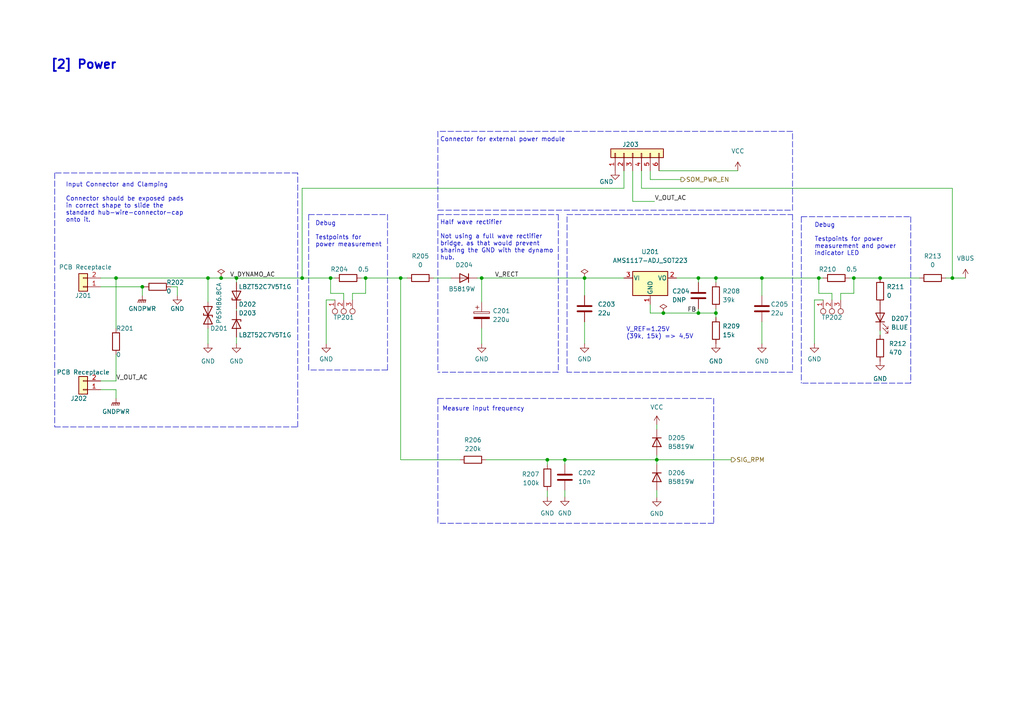
<source format=kicad_sch>
(kicad_sch (version 20211123) (generator eeschema)
  (paper "A4")
  (title_block (title "22 μFahrrad Tandem Devkit - Power") (date "2022-06-10") (rev "0.1") (comment 1 "Daniel Wagenknecht") (comment 2 "CERN Open Hardware Licence Version 2 - Strongly Reciprocal") (comment 3 "CERN-OHL-S-2.0 https://spdx.org/licenses/CERN-OHL-S-2.0.html") (comment 4 "https://codeberg.org/uFahrrad/tandem-devkit"))
  (lib_symbols
    (symbol "Connector_Generic:Conn_01x02" (pin_names (offset 1.016) hide)
      (property "Reference" "J" (at 0 2.54 0))
      (property "Value" "Conn_01x02" (at 0 -5.08 0))
      (symbol "Conn_01x02_1_1"
        (rectangle (start -1.27 -2.413) (end 0 -2.667) (stroke (width 0.1524)))
        (rectangle (start -1.27 0.127) (end 0 -0.127) (stroke (width 0.1524)))
        (rectangle (start -1.27 1.27) (end 1.27 -3.81) (stroke (width 0.254)) (fill (type background)))
        (pin passive line (at -5.08 0 0) (length 3.81) (name "Pin_1") (number "1"))
        (pin passive line (at -5.08 -2.54 0) (length 3.81) (name "Pin_2") (number "2"))
      )
    )
    (symbol "Connector_Generic:Conn_01x06" (pin_names (offset 1.016) hide)
      (property "Reference" "J" (at 0 7.62 0))
      (property "Value" "Conn_01x06" (at 0 -10.16 0))
      (symbol "Conn_01x06_1_1"
        (rectangle (start -1.27 -7.493) (end 0 -7.747) (stroke (width 0.1524)))
        (rectangle (start -1.27 -4.953) (end 0 -5.207) (stroke (width 0.1524)))
        (rectangle (start -1.27 -2.413) (end 0 -2.667) (stroke (width 0.1524)))
        (rectangle (start -1.27 0.127) (end 0 -0.127) (stroke (width 0.1524)))
        (rectangle (start -1.27 2.667) (end 0 2.413) (stroke (width 0.1524)))
        (rectangle (start -1.27 5.207) (end 0 4.953) (stroke (width 0.1524)))
        (rectangle (start -1.27 6.35) (end 1.27 -8.89) (stroke (width 0.254)) (fill (type background)))
        (pin passive line (at -5.08 5.08 0) (length 3.81) (name "Pin_1") (number "1"))
        (pin passive line (at -5.08 2.54 0) (length 3.81) (name "Pin_2") (number "2"))
        (pin passive line (at -5.08 0 0) (length 3.81) (name "Pin_3") (number "3"))
        (pin passive line (at -5.08 -2.54 0) (length 3.81) (name "Pin_4") (number "4"))
        (pin passive line (at -5.08 -5.08 0) (length 3.81) (name "Pin_5") (number "5"))
        (pin passive line (at -5.08 -7.62 0) (length 3.81) (name "Pin_6") (number "6"))
      )
    )
    (symbol "Device:C" (pin_numbers hide) (pin_names (offset 0.254))
      (property "Reference" "C" (at 0.635 2.54 0))
      (property "Value" "C" (at 0.635 -2.54 0))
      (symbol "C_0_1"
        (polyline (pts (xy -2.032 -0.762) (xy 2.032 -0.762)) (stroke (width 0.508)))
        (polyline (pts (xy -2.032 0.762) (xy 2.032 0.762)) (stroke (width 0.508)))
      )
      (symbol "C_1_1"
        (pin passive line (at 0 3.81 270) (length 2.794) (name "~") (number "1"))
        (pin passive line (at 0 -3.81 90) (length 2.794) (name "~") (number "2"))
      )
    )
    (symbol "Device:C_Polarized" (pin_numbers hide) (pin_names (offset 0.254))
      (property "Reference" "C" (at 0.635 2.54 0))
      (property "Value" "C_Polarized" (at 0.635 -2.54 0))
      (symbol "C_Polarized_0_1"
        (rectangle (start -2.286 0.508) (end 2.286 1.016))
        (polyline (pts (xy -1.778 2.286) (xy -0.762 2.286)))
        (polyline (pts (xy -1.27 2.794) (xy -1.27 1.778)))
        (rectangle (start 2.286 -0.508) (end -2.286 -1.016) (fill (type outline)))
      )
      (symbol "C_Polarized_1_1"
        (pin passive line (at 0 3.81 270) (length 2.794) (name "~") (number "1"))
        (pin passive line (at 0 -3.81 90) (length 2.794) (name "~") (number "2"))
      )
    )
    (symbol "Device:D" (pin_numbers hide) (pin_names (offset 1.016) hide)
      (property "Reference" "D" (at 0 2.54 0))
      (property "Value" "D" (at 0 -2.54 0))
      (symbol "D_0_1"
        (polyline (pts (xy -1.27 1.27) (xy -1.27 -1.27)) (stroke (width 0.254)))
        (polyline (pts (xy 1.27 0) (xy -1.27 0)))
        (polyline (pts (xy 1.27 1.27) (xy 1.27 -1.27) (xy -1.27 0) (xy 1.27 1.27)) (stroke (width 0.254)))
      )
      (symbol "D_1_1"
        (pin passive line (at -3.81 0 0) (length 2.54) (name "K") (number "1"))
        (pin passive line (at 3.81 0 180) (length 2.54) (name "A") (number "2"))
      )
    )
    (symbol "Device:D_TVS" (pin_numbers hide) (pin_names (offset 1.016) hide)
      (property "Reference" "D" (at 0 2.54 0))
      (property "Value" "D_TVS" (at 0 -2.54 0))
      (symbol "D_TVS_0_1"
        (polyline (pts (xy 1.27 0) (xy -1.27 0)))
        (polyline (pts (xy 0.508 1.27) (xy 0 1.27) (xy 0 -1.27) (xy -0.508 -1.27)) (stroke (width 0.254)))
        (polyline (pts (xy -2.54 1.27) (xy -2.54 -1.27) (xy 2.54 1.27) (xy 2.54 -1.27) (xy -2.54 1.27)) (stroke (width 0.254)))
      )
      (symbol "D_TVS_1_1"
        (pin passive line (at -3.81 0 0) (length 2.54) (name "A1") (number "1"))
        (pin passive line (at 3.81 0 180) (length 2.54) (name "A2") (number "2"))
      )
    )
    (symbol "Device:D_Zener" (pin_numbers hide) (pin_names (offset 1.016) hide)
      (property "Reference" "D" (at 0 2.54 0))
      (property "Value" "D_Zener" (at 0 -2.54 0))
      (symbol "D_Zener_0_1"
        (polyline (pts (xy 1.27 0) (xy -1.27 0)))
        (polyline (pts (xy -1.27 -1.27) (xy -1.27 1.27) (xy -0.762 1.27)) (stroke (width 0.254)))
        (polyline (pts (xy 1.27 -1.27) (xy 1.27 1.27) (xy -1.27 0) (xy 1.27 -1.27)) (stroke (width 0.254)))
      )
      (symbol "D_Zener_1_1"
        (pin passive line (at -3.81 0 0) (length 2.54) (name "K") (number "1"))
        (pin passive line (at 3.81 0 180) (length 2.54) (name "A") (number "2"))
      )
    )
    (symbol "Device:LED" (pin_numbers hide) (pin_names (offset 1.016) hide)
      (property "Reference" "D" (at 0 2.54 0))
      (property "Value" "LED" (at 0 -2.54 0))
      (symbol "LED_0_1"
        (polyline (pts (xy -1.27 -1.27) (xy -1.27 1.27)) (stroke (width 0.254)))
        (polyline (pts (xy -1.27 0) (xy 1.27 0)))
        (polyline (pts (xy 1.27 -1.27) (xy 1.27 1.27) (xy -1.27 0) (xy 1.27 -1.27)) (stroke (width 0.254)))
        (polyline (pts (xy -3.048 -0.762) (xy -4.572 -2.286) (xy -3.81 -2.286) (xy -4.572 -2.286) (xy -4.572 -1.524)))
        (polyline (pts (xy -1.778 -0.762) (xy -3.302 -2.286) (xy -2.54 -2.286) (xy -3.302 -2.286) (xy -3.302 -1.524)))
      )
      (symbol "LED_1_1"
        (pin passive line (at -3.81 0 0) (length 2.54) (name "K") (number "1"))
        (pin passive line (at 3.81 0 180) (length 2.54) (name "A") (number "2"))
      )
    )
    (symbol "Device:R" (pin_numbers hide) (pin_names (offset 0))
      (property "Reference" "R" (at 2.032 0 90))
      (property "Value" "R" (at 0 0 90))
      (symbol "R_0_1"
        (rectangle (start -1.016 -2.54) (end 1.016 2.54) (stroke (width 0.254)))
      )
      (symbol "R_1_1"
        (pin passive line (at 0 3.81 270) (length 1.27) (name "~") (number "1"))
        (pin passive line (at 0 -3.81 90) (length 1.27) (name "~") (number "2"))
      )
    )
    (symbol "power:GND" (power) (pin_names (offset 0))
      (property "Value" "GND" (at 0 -3.81 0))
      (symbol "GND_0_1"
        (polyline (pts (xy 0 0) (xy 0 -1.27) (xy 1.27 -1.27) (xy 0 -2.54) (xy -1.27 -1.27) (xy 0 -1.27)))
      )
      (symbol "GND_1_1"
        (pin power_in line (at 0 0 270) (length 0) hide (name "GND") (number "1"))
      )
    )
    (symbol "power:GNDPWR" (power) (pin_names (offset 0))
      (property "Value" "GNDPWR" (at 0 -3.302 0))
      (symbol "GNDPWR_0_1"
        (polyline (pts (xy 0 -1.27) (xy 0 0)))
        (polyline (pts (xy -1.016 -1.27) (xy -1.27 -2.032) (xy -1.27 -2.032)) (stroke (width 0.2032)))
        (polyline (pts (xy -0.508 -1.27) (xy -0.762 -2.032) (xy -0.762 -2.032)) (stroke (width 0.2032)))
        (polyline (pts (xy 0 -1.27) (xy -0.254 -2.032) (xy -0.254 -2.032)) (stroke (width 0.2032)))
        (polyline (pts (xy 0.508 -1.27) (xy 0.254 -2.032) (xy 0.254 -2.032)) (stroke (width 0.2032)))
        (polyline (pts (xy 1.016 -1.27) (xy -1.016 -1.27) (xy -1.016 -1.27)) (stroke (width 0.2032)))
        (polyline (pts (xy 1.016 -1.27) (xy 0.762 -2.032) (xy 0.762 -2.032) (xy 0.762 -2.032)) (stroke (width 0.2032)))
      )
      (symbol "GNDPWR_1_1"
        (pin power_in line (at 0 0 270) (length 0) hide (name "GNDPWR") (number "1"))
      )
    )
    (symbol "power:PWR_FLAG" (power) (pin_numbers hide) (pin_names (offset 0) hide)
      (property "Value" "PWR_FLAG" (at 0 3.81 0))
      (symbol "PWR_FLAG_0_0"
        (pin power_out line (at 0 0 90) (length 0) (name "pwr") (number "1"))
      )
      (symbol "PWR_FLAG_0_1"
        (polyline (pts (xy 0 0) (xy 0 1.27) (xy -1.016 1.905) (xy 0 2.54) (xy 1.016 1.905) (xy 0 1.27)))
      )
    )
    (symbol "power:VBUS" (power) (pin_names (offset 0))
      (property "Value" "VBUS" (at 0 3.81 0))
      (symbol "VBUS_0_1"
        (polyline (pts (xy -0.762 1.27) (xy 0 2.54)))
        (polyline (pts (xy 0 0) (xy 0 2.54)))
        (polyline (pts (xy 0 2.54) (xy 0.762 1.27)))
      )
      (symbol "VBUS_1_1"
        (pin power_in line (at 0 0 90) (length 0) hide (name "VBUS") (number "1"))
      )
    )
    (symbol "power:VCC" (power) (pin_names (offset 0))
      (property "Value" "VCC" (at 0 3.81 0))
      (symbol "VCC_0_1"
        (polyline (pts (xy -0.762 1.27) (xy 0 2.54)))
        (polyline (pts (xy 0 0) (xy 0 2.54)))
        (polyline (pts (xy 0 2.54) (xy 0.762 1.27)))
      )
      (symbol "VCC_1_1"
        (pin power_in line (at 0 0 90) (length 0) hide (name "VCC") (number "1"))
      )
    )
    (symbol "project-lib:AMS1117-3.3_SOT223" (pin_names (offset 0.254))
      (property "Reference" "U" (at -3.81 3.175 0))
      (property "Value" "AMS1117-3.3_SOT223" (at 0 3.175 0))
      (symbol "AMS1117-3.3_SOT223_0_1"
        (rectangle (start -5.08 -5.08) (end 5.08 1.905) (stroke (width 0.254)) (fill (type background)))
      )
      (symbol "AMS1117-3.3_SOT223_1_1"
        (pin power_in line (at 0 -7.62 90) (length 2.54) (name "GND") (number "1"))
        (pin power_out line (at 7.62 0 180) (length 2.54) (name "VO") (number "2"))
        (pin power_in line (at -7.62 0 0) (length 2.54) (name "VI") (number "3"))
      )
    )
    (symbol "project-lib:TestPoint_3Pole" (pin_names (offset 0.762) hide)
      (property "Reference" "TP" (at 0 -5.334 0))
      (property "Value" "TestPoint_3Pole" (at -1.778 -7.747 0))
      (symbol "TestPoint_3Pole_0_1"
        (circle (center -2.54 -3.302) (radius 0.762))
        (circle (center 0 -3.302) (radius 0.762))
        (circle (center 2.54 -3.302) (radius 0.762))
        (pin passive line (at -2.54 0 270) (length 2.54) (name "1") (number "1"))
        (pin passive line (at 0 0 270) (length 2.54) (name "2") (number "2"))
        (pin passive line (at 2.54 0 270) (length 2.54) (name "3") (number "3"))
      )
    )
  )
  (junction (at 87.63 80.645))
  (junction (at 95.885 80.645))
  (junction (at 237.49 80.645))
  (junction (at 106.045 80.645))
  (junction (at 116.205 80.645))
  (junction (at 202.565 90.805))
  (junction (at 255.27 80.645))
  (junction (at 202.565 80.645))
  (junction (at 163.83 133.35))
  (junction (at 68.58 80.645))
  (junction (at 60.325 80.645))
  (junction (at 207.645 80.645))
  (junction (at 192.405 90.805))
  (junction (at 220.98 80.645))
  (junction (at 158.75 133.35))
  (junction (at 41.275 83.185))
  (junction (at 207.645 90.805))
  (junction (at 33.655 80.645))
  (junction (at 169.545 80.645))
  (junction (at 190.5 133.35))
  (junction (at 276.225 80.645))
  (junction (at 247.65 80.645))
  (junction (at 64.135 80.645))
  (junction (at 139.7 80.645))
  (wire (pts (xy 243.84 85.09) (xy 243.84 86.995)))
  (wire (pts (xy 169.545 80.645) (xy 180.975 80.645)))
  (wire (pts (xy 191.135 49.53) (xy 213.995 49.53)))
  (wire (pts (xy 158.75 133.35) (xy 163.83 133.35)))
  (polyline (pts (xy 127 115.57) (xy 207.01 115.57)))
  (wire (pts (xy 140.97 133.35) (xy 158.75 133.35)))
  (wire (pts (xy 237.49 80.645) (xy 238.76 80.645)))
  (wire (pts (xy 255.27 95.885) (xy 255.27 97.155)))
  (polyline (pts (xy 86.36 123.825) (xy 86.36 50.165)))
  (wire (pts (xy 99.695 85.09) (xy 99.695 86.995)))
  (wire (pts (xy 202.565 80.645) (xy 207.645 80.645)))
  (polyline (pts (xy 229.87 60.96) (xy 229.87 38.1)))
  (wire (pts (xy 97.155 86.995) (xy 94.615 86.995)))
  (polyline (pts (xy 127 62.23) (xy 127 107.95)))
  (polyline (pts (xy 164.465 62.23) (xy 229.87 62.23)))
  (wire (pts (xy 33.655 102.87) (xy 33.655 110.49)))
  (wire (pts (xy 207.645 80.645) (xy 220.98 80.645)))
  (wire (pts (xy 237.49 85.09) (xy 241.3 85.09)))
  (wire (pts (xy 190.5 142.24) (xy 190.5 144.272)))
  (polyline (pts (xy 161.925 62.23) (xy 161.925 107.95)))
  (wire (pts (xy 33.655 80.645) (xy 33.655 95.25)))
  (wire (pts (xy 207.645 90.805) (xy 207.645 92.075)))
  (wire (pts (xy 60.325 80.645) (xy 60.325 87.63)))
  (wire (pts (xy 33.655 113.03) (xy 33.655 115.57)))
  (wire (pts (xy 33.655 80.645) (xy 60.325 80.645)))
  (polyline (pts (xy 127 38.1) (xy 127 60.96)))
  (wire (pts (xy 68.58 97.79) (xy 68.58 99.695)))
  (wire (pts (xy 255.27 80.645) (xy 266.7 80.645)))
  (wire (pts (xy 220.98 93.345) (xy 220.98 99.695)))
  (wire (pts (xy 202.565 80.645) (xy 202.565 81.915)))
  (wire (pts (xy 276.225 80.645) (xy 280.035 80.645)))
  (wire (pts (xy 190.5 133.35) (xy 190.5 134.62)))
  (wire (pts (xy 158.75 133.35) (xy 158.75 134.747)))
  (polyline (pts (xy 164.465 107.95) (xy 164.465 62.23)))
  (wire (pts (xy 188.595 88.265) (xy 188.595 90.805)))
  (wire (pts (xy 139.7 80.645) (xy 169.545 80.645)))
  (wire (pts (xy 163.83 133.35) (xy 190.5 133.35)))
  (wire (pts (xy 139.7 80.645) (xy 139.7 87.63)))
  (wire (pts (xy 41.275 83.185) (xy 41.91 83.185)))
  (polyline (pts (xy 229.87 38.1) (xy 127 38.1)))
  (wire (pts (xy 247.65 80.645) (xy 246.38 80.645)))
  (wire (pts (xy 188.595 52.07) (xy 197.485 52.07)))
  (wire (pts (xy 60.325 80.645) (xy 64.135 80.645)))
  (wire (pts (xy 207.645 89.535) (xy 207.645 90.805)))
  (wire (pts (xy 94.615 86.995) (xy 94.615 99.695)))
  (wire (pts (xy 190.5 133.35) (xy 212.09 133.35)))
  (wire (pts (xy 188.595 49.53) (xy 188.595 52.07)))
  (wire (pts (xy 186.055 49.53) (xy 186.055 54.61)))
  (wire (pts (xy 202.565 89.535) (xy 202.565 90.805)))
  (wire (pts (xy 95.885 85.09) (xy 99.695 85.09)))
  (wire (pts (xy 116.205 80.645) (xy 118.11 80.645)))
  (wire (pts (xy 29.21 80.645) (xy 33.655 80.645)))
  (polyline (pts (xy 127 115.57) (xy 127 151.765)))
  (wire (pts (xy 169.545 93.345) (xy 169.545 99.695)))
  (wire (pts (xy 183.515 58.42) (xy 189.865 58.42)))
  (polyline (pts (xy 89.535 62.23) (xy 89.535 107.315)))
  (wire (pts (xy 186.055 54.61) (xy 276.225 54.61)))
  (wire (pts (xy 247.65 80.645) (xy 255.27 80.645)))
  (wire (pts (xy 102.235 85.09) (xy 102.235 86.995)))
  (wire (pts (xy 274.32 80.645) (xy 276.225 80.645)))
  (wire (pts (xy 29.21 113.03) (xy 33.655 113.03)))
  (wire (pts (xy 220.98 80.645) (xy 220.98 85.725)))
  (wire (pts (xy 247.65 80.645) (xy 247.65 85.09)))
  (wire (pts (xy 60.325 95.25) (xy 60.325 99.695)))
  (wire (pts (xy 106.045 80.645) (xy 104.775 80.645)))
  (wire (pts (xy 188.595 90.805) (xy 192.405 90.805)))
  (wire (pts (xy 241.3 85.09) (xy 241.3 86.995)))
  (wire (pts (xy 192.405 90.805) (xy 202.565 90.805)))
  (wire (pts (xy 237.49 80.645) (xy 237.49 85.09)))
  (polyline (pts (xy 127 60.96) (xy 229.87 60.96)))
  (wire (pts (xy 236.22 86.995) (xy 236.22 99.695)))
  (polyline (pts (xy 161.925 107.95) (xy 127 107.95)))
  (wire (pts (xy 41.275 83.185) (xy 41.275 85.725)))
  (polyline (pts (xy 264.16 111.125) (xy 232.41 111.125)))
  (polyline (pts (xy 207.01 151.765) (xy 127 151.765)))
  (wire (pts (xy 196.215 80.645) (xy 202.565 80.645)))
  (polyline (pts (xy 112.395 62.23) (xy 112.395 107.315)))
  (polyline (pts (xy 229.87 62.23) (xy 229.87 107.95)))
  (wire (pts (xy 51.435 83.185) (xy 49.53 83.185)))
  (polyline (pts (xy 232.41 62.865) (xy 264.16 62.865)))
  (wire (pts (xy 87.63 80.645) (xy 95.885 80.645)))
  (wire (pts (xy 106.045 80.645) (xy 116.205 80.645)))
  (wire (pts (xy 138.43 80.645) (xy 139.7 80.645)))
  (polyline (pts (xy 15.875 50.165) (xy 15.875 123.825)))
  (wire (pts (xy 238.76 86.995) (xy 236.22 86.995)))
  (wire (pts (xy 183.515 49.53) (xy 183.515 58.42)))
  (wire (pts (xy 95.885 80.645) (xy 95.885 85.09)))
  (wire (pts (xy 116.205 133.35) (xy 133.35 133.35)))
  (wire (pts (xy 190.5 123.19) (xy 190.5 124.46)))
  (wire (pts (xy 125.73 80.645) (xy 130.81 80.645)))
  (wire (pts (xy 87.63 80.645) (xy 87.63 54.61)))
  (wire (pts (xy 169.545 80.645) (xy 169.545 85.725)))
  (wire (pts (xy 68.58 81.915) (xy 68.58 80.645)))
  (polyline (pts (xy 207.01 115.57) (xy 207.01 151.765)))
  (wire (pts (xy 163.83 142.24) (xy 163.83 144.145)))
  (wire (pts (xy 95.885 80.645) (xy 97.155 80.645)))
  (wire (pts (xy 29.21 83.185) (xy 41.275 83.185)))
  (wire (pts (xy 29.21 110.49) (xy 33.655 110.49)))
  (wire (pts (xy 64.135 80.645) (xy 68.58 80.645)))
  (polyline (pts (xy 15.875 123.825) (xy 86.36 123.825)))
  (wire (pts (xy 220.98 80.645) (xy 237.49 80.645)))
  (wire (pts (xy 207.645 80.645) (xy 207.645 81.915)))
  (polyline (pts (xy 229.87 107.95) (xy 164.465 107.95)))
  (wire (pts (xy 51.435 85.725) (xy 51.435 83.185)))
  (wire (pts (xy 87.63 54.61) (xy 180.975 54.61)))
  (wire (pts (xy 102.235 85.09) (xy 106.045 85.09)))
  (polyline (pts (xy 232.41 62.865) (xy 232.41 111.125)))
  (wire (pts (xy 158.75 142.367) (xy 158.75 144.145)))
  (wire (pts (xy 276.225 54.61) (xy 276.225 80.645)))
  (wire (pts (xy 243.84 85.09) (xy 247.65 85.09)))
  (wire (pts (xy 202.565 90.805) (xy 207.645 90.805)))
  (wire (pts (xy 180.975 54.61) (xy 180.975 49.53)))
  (wire (pts (xy 106.045 80.645) (xy 106.045 85.09)))
  (wire (pts (xy 163.83 133.35) (xy 163.83 134.62)))
  (wire (pts (xy 116.205 133.35) (xy 116.205 80.645)))
  (wire (pts (xy 68.58 90.17) (xy 68.58 89.535)))
  (polyline (pts (xy 89.535 62.23) (xy 112.395 62.23)))
  (polyline (pts (xy 112.395 107.315) (xy 89.535 107.315)))
  (wire (pts (xy 68.58 80.645) (xy 87.63 80.645)))
  (wire (pts (xy 190.5 132.08) (xy 190.5 133.35)))
  (wire (pts (xy 139.7 95.25) (xy 139.7 99.695)))
  (polyline (pts (xy 86.36 50.165) (xy 15.875 50.165)))
  (polyline (pts (xy 127 62.23) (xy 161.925 62.23)))
  (polyline (pts (xy 264.16 62.865) (xy 264.16 111.125)))
  (text "Debug\n\nTestpoints for\npower measurement" (at 91.44 71.755 0) (effects (font (size 1.27 1.27)) (justify left bottom)))
  (text "V_REF=1.25V\n(39k, 15k) => 4,5V" (at 181.61 98.425 0) (effects (font (size 1.27 1.27)) (justify left bottom)))
  (text "Connector for external power module" (at 127.635 41.275 0) (effects (font (size 1.27 1.27)) (justify left bottom)))
  (text "Debug\n\nTestpoints for power\nmeasurement and power\nindicator LED" (at 236.22 74.295 0) (effects (font (size 1.27 1.27)) (justify left bottom)))
  (text "Half wave rectifier\n\nNot using a full wave rectifier\nbridge, as that would prevent\nsharing the GND with the dynamo\nhub." (at 127.635 75.565 0) (effects (font (size 1.27 1.27)) (justify left bottom)))
  (text "Measure input frequency" (at 128.27 119.38 0) (effects (font (size 1.27 1.27)) (justify left bottom)))
  (text "Input Connector and Clamping\n\nConnector should be exposed pads\nin correct shape to slide the\nstandard hub-wire-connector-cap\nonto it.\n\n" (at 19.05 66.675 0) (effects (font (size 1.27 1.27)) (justify left bottom)))
  (text "[2] Power" (at 14.605 20.32 0) (effects (font (size 2.5 2.5) (thickness 0.5) bold) (justify left bottom)))
  (label "V_OUT_AC" (at 189.865 58.42 0))
  (label "V_RECT" (at 143.51 80.645 0))
  (label "V_OUT_AC" (at 33.655 110.49 0))
  (label "FB" (at 199.39 90.805 0))
  (label "V_DYNAMO_AC" (at 66.675 80.645 0))
  (hierarchical_label "SIG_RPM" (shape output) (at 212.09 133.35 0))
  (hierarchical_label "SOM_PWR_EN" (shape output) (at 197.485 52.07 0))
  (symbol (lib_id "power:GND") (at 139.7 99.695 0) (unit 1)
    (property "Reference" "#PWR0208" (effects hide))
    (property "Value" "GND" (at 139.7 104.14 0))
  )
  (symbol (lib_id "power:GND") (at 255.27 104.775 0) (unit 1)
    (property "Reference" "#PWR0219" (effects hide))
    (property "Value" "GND" (at 255.27 109.855 0))
  )
  (symbol (lib_id "power:GND") (at 51.435 85.725 0) (unit 1)
    (property "Reference" "#PWR0203" (effects hide))
    (property "Value" "GND" (at 51.435 89.535 0))
  )
  (symbol (lib_id "Connector_Generic:Conn_01x02") (at 24.13 83.185 180) (unit 1) (in_bom no)
    (property "Reference" "J201" (at 24.13 85.725 0))
    (property "Value" "PCB Receptacle" (at 24.765 77.47 0))
    (property "Footprint" "project-lib:shimano-hub-generator-connector" (effects hide))
  )
  (symbol (lib_id "power:GND") (at 236.22 99.695 0) (unit 1)
    (property "Reference" "#PWR0218" (effects hide))
    (property "Value" "GND" (at 236.22 104.14 0))
  )
  (symbol (lib_id "Device:R") (at 33.655 99.06 180) (unit 1)
    (property "Reference" "R201" (at 33.655 95.25 0) (effects (justify right)))
    (property "Value" "0" (at 33.655 102.87 0) (effects (justify right)))
    (property "Footprint" "Resistor_SMD:R_0805_2012Metric_Pad1.20x1.40mm_HandSolder" (effects hide))
    (property "LCSC" "C17477" (effects hide))
  )
  (symbol (lib_id "Device:D_Zener") (at 68.58 93.98 270) (unit 1)
    (property "Reference" "D203" (at 69.215 90.805 90) (effects (justify left)))
    (property "Value" "LBZT52C7V5T1G" (at 69.215 97.155 90) (effects (justify left)))
    (property "Footprint" "Diode_SMD:D_SOD-123" (effects hide))
    (property "JLCPCB" "C12760" (effects hide))
    (property "LCSC" "C12760" (effects hide))
  )
  (symbol (lib_id "Device:R") (at 242.57 80.645 90) (unit 1)
    (property "Reference" "R210" (at 240.03 78.105 90))
    (property "Value" "0.5" (at 247.015 78.105 90))
    (property "Footprint" "Resistor_SMD:R_0805_2012Metric" (effects hide))
    (property "JLCPCB" "C25271" (effects hide))
    (property "LCSC" "C28319" (effects hide))
  )
  (symbol (lib_id "power:PWR_FLAG") (at 169.545 80.645 0) (unit 1)
    (property "Reference" "#FLG0202" (effects hide))
    (property "Value" "PWR_FLAG" (effects hide))
  )
  (symbol (lib_id "power:GNDPWR") (at 41.275 85.725 0) (unit 1)
    (property "Reference" "#PWR0201" (effects hide))
    (property "Value" "GNDPWR" (at 41.275 89.535 0))
  )
  (symbol (lib_id "Device:C_Polarized") (at 139.7 91.44 0) (unit 1)
    (property "Reference" "C201" (at 142.875 90.17 0) (effects (justify left)))
    (property "Value" "220u" (at 142.875 92.71 0) (effects (justify left)))
    (property "Footprint" "Capacitor_Tantalum_SMD:CP_EIA-7343-43_Kemet-X" (effects hide))
    (property "JLCPCB" "C117040" (effects hide))
    (property "LCSC" "C117040" (effects hide))
  )
  (symbol (lib_id "Device:C") (at 169.545 89.535 0) (unit 1)
    (property "Reference" "C203" (at 173.355 88.2649 0) (effects (justify left)))
    (property "Value" "22u" (at 173.355 90.8049 0) (effects (justify left)))
    (property "Footprint" "Capacitor_SMD:C_1206_3216Metric" (effects hide))
    (property "JLCPCB" " C12891 " (effects hide))
    (property "LCSC" "C12891 " (effects hide))
  )
  (symbol (lib_id "power:GND") (at 220.98 99.695 0) (unit 1)
    (property "Reference" "#PWR0217" (effects hide))
    (property "Value" "GND" (at 220.98 104.775 0))
  )
  (symbol (lib_id "Device:R") (at 207.645 95.885 0) (unit 1)
    (property "Reference" "R209" (at 209.55 94.615 0) (effects (justify left)))
    (property "Value" "15k" (at 209.55 97.1549 0) (effects (justify left)))
    (property "Footprint" "Resistor_SMD:R_0603_1608Metric" (effects hide))
    (property "LCSC" "C22809" (effects hide))
  )
  (symbol (lib_id "power:GNDPWR") (at 33.655 115.57 0) (unit 1)
    (property "Reference" "#PWR0202" (effects hide))
    (property "Value" "GNDPWR" (at 33.655 119.38 0))
  )
  (symbol (lib_id "Device:R") (at 255.27 84.455 180) (unit 1)
    (property "Reference" "R211" (at 257.175 83.1849 0) (effects (justify right)))
    (property "Value" "0" (at 257.175 85.7249 0) (effects (justify right)))
    (property "Footprint" "Resistor_SMD:R_0805_2012Metric_Pad1.20x1.40mm_HandSolder" (effects hide))
    (property "LCSC" "C17477" (effects hide))
  )
  (symbol (lib_id "Device:R") (at 137.16 133.35 270) (unit 1)
    (property "Reference" "R206" (at 137.16 127.635 90))
    (property "Value" "220k" (at 137.16 130.175 90))
    (property "Footprint" "Resistor_SMD:R_0603_1608Metric" (effects hide))
    (property "LCSC" "C22961" (effects hide))
  )
  (symbol (lib_id "Device:R") (at 158.75 138.557 0) (unit 1)
    (property "Reference" "R207" (at 156.464 137.541 0) (effects (justify right)))
    (property "Value" "100k" (at 156.464 140.081 0) (effects (justify right)))
    (property "Footprint" "Resistor_SMD:R_0603_1608Metric" (effects hide))
    (property "LCSC" "C25803" (effects hide))
  )
  (symbol (lib_id "power:PWR_FLAG") (at 64.135 80.645 0) (unit 1)
    (property "Reference" "#FLG0201" (effects hide))
    (property "Value" "PWR_FLAG" (effects hide))
  )
  (symbol (lib_id "Device:D_TVS") (at 60.325 91.44 90) (unit 1)
    (property "Reference" "D201" (at 60.96 95.25 90) (effects (justify right)))
    (property "Value" "P6SMB6.8CA" (at 63.5 81.915 0) (effects (justify right)))
    (property "Footprint" "Diode_SMD:D_SMB" (effects hide))
    (property "JLCPCB" "C78395" (effects hide))
    (property "LCSC" "C78395" (effects hide))
  )
  (symbol (lib_id "project-lib:AMS1117-3.3_SOT223") (at 188.595 80.645 0) (unit 1)
    (property "Reference" "U201" (at 188.595 73.025 0))
    (property "Value" "AMS1117-ADJ_SOT223" (at 188.595 75.565 0))
    (property "Footprint" "Package_TO_SOT_SMD:SOT-223-3_TabPin2" (effects hide))
    (property "JLCPCB" "C347224" (effects hide))
    (property "LCSC" "C347224" (effects hide))
  )
  (symbol (lib_id "Device:R") (at 45.72 83.185 90) (unit 1)
    (property "Reference" "R202" (at 48.26 81.915 90) (effects (justify right)))
    (property "Value" "0" (at 48.26 84.455 90) (effects (justify right)))
    (property "Footprint" "Resistor_SMD:R_0805_2012Metric_Pad1.20x1.40mm_HandSolder" (effects hide))
    (property "LCSC" "C17477" (effects hide))
  )
  (symbol (lib_id "power:GND") (at 94.615 99.695 0) (unit 1)
    (property "Reference" "#PWR0207" (effects hide))
    (property "Value" "GND" (at 94.615 104.14 0))
  )
  (symbol (lib_id "Device:R") (at 255.27 100.965 0) (unit 1)
    (property "Reference" "R212" (at 257.81 99.6949 0) (effects (justify left)))
    (property "Value" "470" (at 257.81 102.2349 0) (effects (justify left)))
    (property "Footprint" "Resistor_SMD:R_0603_1608Metric" (effects hide))
    (property "LCSC" "C23179" (effects hide))
  )
  (symbol (lib_id "Device:R") (at 270.51 80.645 270) (unit 1)
    (property "Reference" "R213" (at 270.51 74.295 90))
    (property "Value" "0" (at 270.51 76.835 90))
    (property "Footprint" "Resistor_SMD:R_0805_2012Metric_Pad1.20x1.40mm_HandSolder" (effects hide))
    (property "LCSC" "C17477" (effects hide))
  )
  (symbol (lib_id "Device:D") (at 190.5 138.43 270) (unit 1)
    (property "Reference" "D206" (at 193.675 137.1599 90) (effects (justify left)))
    (property "Value" "B5819W" (at 193.675 139.6999 90) (effects (justify left)))
    (property "Footprint" "Diode_SMD:D_SOD-123" (effects hide))
    (property "JLCPCB" "C8598 " (effects hide))
    (property "LCSC" "C8598 " (effects hide))
  )
  (symbol (lib_id "Connector_Generic:Conn_01x06") (at 183.515 44.45 90) (unit 1)
    (property "Reference" "J203" (at 182.88 41.91 90))
    (property "Value" "Conn_01x06" (effects hide))
    (property "Footprint" "project-lib:powermodule" (effects hide))
  )
  (symbol (lib_id "power:GND") (at 68.58 99.695 0) (unit 1)
    (property "Reference" "#PWR0206" (effects hide))
    (property "Value" "GND" (at 68.58 104.775 0))
  )
  (symbol (lib_id "power:GND") (at 190.5 144.272 0) (unit 1)
    (property "Reference" "#PWR0214" (effects hide))
    (property "Value" "GND" (at 190.5 148.971 0))
  )
  (symbol (lib_id "Device:R") (at 100.965 80.645 90) (unit 1)
    (property "Reference" "R204" (at 98.425 78.105 90))
    (property "Value" "0.5" (at 105.41 78.105 90))
    (property "Footprint" "Resistor_SMD:R_0805_2012Metric" (effects hide))
    (property "JLCPCB" "C25271" (effects hide))
    (property "LCSC" "C28319" (effects hide))
  )
  (symbol (lib_id "Device:D_Zener") (at 68.58 85.725 90) (unit 1)
    (property "Reference" "D202" (at 69.215 88.265 90) (effects (justify right)))
    (property "Value" "LBZT52C7V5T1G" (at 69.215 83.185 90) (effects (justify right)))
    (property "Footprint" "Diode_SMD:D_SOD-123" (effects hide))
    (property "JLCPCB" "C12760" (effects hide))
    (property "LCSC" "C12760" (effects hide))
  )
  (symbol (lib_id "power:GND") (at 178.435 49.53 0) (unit 1)
    (property "Reference" "#PWR0212" (effects hide))
    (property "Value" "GND" (at 175.895 52.705 0))
  )
  (symbol (lib_id "Device:R") (at 207.645 85.725 0) (unit 1)
    (property "Reference" "R208" (at 209.55 84.4549 0) (effects (justify left)))
    (property "Value" "39k" (at 209.55 86.9949 0) (effects (justify left)))
    (property "Footprint" "Resistor_SMD:R_0603_1608Metric" (effects hide))
    (property "LCSC" "C23153" (effects hide))
  )
  (symbol (lib_id "Device:D") (at 190.5 128.27 270) (unit 1)
    (property "Reference" "D205" (at 193.675 126.9999 90) (effects (justify left)))
    (property "Value" "B5819W" (at 193.675 129.5399 90) (effects (justify left)))
    (property "Footprint" "Diode_SMD:D_SOD-123" (effects hide))
    (property "JLCPCB" "C8598 " (effects hide))
    (property "LCSC" "C8598 " (effects hide))
  )
  (symbol (lib_id "power:GND") (at 163.83 144.145 0) (unit 1)
    (property "Reference" "#PWR0210" (effects hide))
    (property "Value" "GND" (at 163.83 148.844 0))
  )
  (symbol (lib_id "Device:LED") (at 255.27 92.075 90) (unit 1)
    (property "Reference" "D207" (at 258.445 92.3924 90) (effects (justify right)))
    (property "Value" "BLUE" (at 258.445 94.9324 90) (effects (justify right)))
    (property "Footprint" "LED_SMD:LED_0805_2012Metric" (effects hide))
    (property "JLCPCB" "C2293" (effects hide))
    (property "LCSC" "C72041" (effects hide))
  )
  (symbol (lib_id "power:GND") (at 169.545 99.695 0) (unit 1)
    (property "Reference" "#PWR0211" (effects hide))
    (property "Value" "GND" (at 169.545 104.14 0))
  )
  (symbol (lib_id "project-lib:TestPoint_3Pole") (at 241.3 86.995 0) (unit 1) (in_bom no)
    (property "Reference" "TP202" (at 241.3 92.075 0))
    (property "Value" "TestPoint_3Pole" (effects hide))
    (property "Footprint" "project-lib:TestPoint_1x03_P1.27mm" (effects hide))
  )
  (symbol (lib_id "power:VBUS") (at 280.035 80.645 0) (unit 1)
    (property "Reference" "#PWR0220" (effects hide))
    (property "Value" "VBUS" (at 280.035 74.93 0))
  )
  (symbol (lib_id "Device:D") (at 134.62 80.645 180) (unit 1)
    (property "Reference" "D204" (at 134.62 76.835 0))
    (property "Value" "B5819W" (at 133.985 83.82 0))
    (property "Footprint" "Diode_SMD:D_SOD-123" (effects hide))
    (property "JLCPCB" "C8598 " (effects hide))
    (property "LCSC" "C8598 " (effects hide))
  )
  (symbol (lib_id "Device:C") (at 220.98 89.535 0) (unit 1)
    (property "Reference" "C205" (at 223.52 88.265 0) (effects (justify left)))
    (property "Value" "22u" (at 223.52 90.805 0) (effects (justify left)))
    (property "Footprint" "Capacitor_SMD:C_1206_3216Metric" (effects hide))
    (property "JLCPCB" " C12891 " (effects hide))
    (property "LCSC" "C12891 " (effects hide))
  )
  (symbol (lib_id "project-lib:TestPoint_3Pole") (at 99.695 86.995 0) (unit 1) (in_bom no)
    (property "Reference" "TP201" (at 99.695 92.075 0))
    (property "Value" "TestPoint_3Pole" (effects hide))
    (property "Footprint" "project-lib:TestPoint_1x03_P1.27mm" (effects hide))
  )
  (symbol (lib_id "Device:R") (at 121.92 80.645 90) (unit 1)
    (property "Reference" "R205" (at 121.92 74.295 90))
    (property "Value" "0" (at 121.92 76.835 90))
    (property "Footprint" "Resistor_SMD:R_0805_2012Metric_Pad1.20x1.40mm_HandSolder" (effects hide))
    (property "LCSC" "C17477" (effects hide))
  )
  (symbol (lib_id "power:VCC") (at 213.995 49.53 0) (unit 1)
    (property "Reference" "#PWR0216" (effects hide))
    (property "Value" "VCC" (at 213.995 43.815 0))
  )
  (symbol (lib_id "power:VCC") (at 190.5 123.19 0) (unit 1)
    (property "Reference" "#PWR0213" (effects hide))
    (property "Value" "VCC" (at 190.5 118.11 0))
  )
  (symbol (lib_id "Device:C") (at 202.565 85.725 0) (unit 1) (in_bom no)
    (property "Reference" "C204" (at 194.945 84.455 0) (effects (justify left)))
    (property "Value" "DNP" (at 194.945 86.995 0) (effects (justify left)))
    (property "Footprint" "Capacitor_SMD:C_0603_1608Metric" (effects hide))
  )
  (symbol (lib_id "power:GND") (at 60.325 99.695 0) (unit 1)
    (property "Reference" "#PWR0205" (effects hide))
    (property "Value" "GND" (at 60.325 104.775 0))
  )
  (symbol (lib_id "power:PWR_FLAG") (at 192.405 90.805 0) (unit 1)
    (property "Reference" "#FLG0203" (effects hide))
    (property "Value" "PWR_FLAG" (effects hide))
  )
  (symbol (lib_id "Device:C") (at 163.83 138.43 0) (unit 1)
    (property "Reference" "C202" (at 167.64 137.1599 0) (effects (justify left)))
    (property "Value" "10n" (at 167.64 139.6999 0) (effects (justify left)))
    (property "Footprint" "Capacitor_SMD:C_0603_1608Metric" (effects hide))
    (property "LCSC" "C57112" (effects hide))
  )
  (symbol (lib_id "power:GND") (at 158.75 144.145 0) (unit 1)
    (property "Reference" "#PWR0209" (effects hide))
    (property "Value" "GND" (at 158.75 148.844 0))
  )
  (symbol (lib_id "Connector_Generic:Conn_01x02") (at 24.13 113.03 180) (unit 1) (in_bom no)
    (property "Reference" "J202" (at 22.86 115.57 0))
    (property "Value" "PCB Receptacle" (at 24.13 107.95 0))
    (property "Footprint" "project-lib:shimano-hub-generator-connector" (effects hide))
  )
  (symbol (lib_id "power:GND") (at 207.645 99.695 0) (unit 1)
    (property "Reference" "#PWR0215" (effects hide))
    (property "Value" "GND" (at 207.645 104.775 0))
  )
)
</source>
